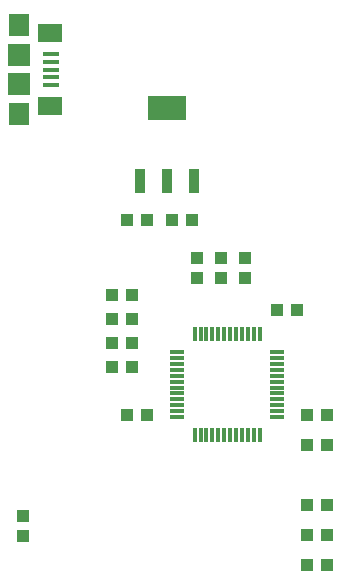
<source format=gbr>
G04 EAGLE Gerber RS-274X export*
G75*
%MOMM*%
%FSLAX34Y34*%
%LPD*%
%INSolderpaste Bottom*%
%IPPOS*%
%AMOC8*
5,1,8,0,0,1.08239X$1,22.5*%
G01*
%ADD10R,1.100000X1.000000*%
%ADD11R,1.000000X1.100000*%
%ADD12R,1.346200X0.406400*%
%ADD13R,2.108200X1.600200*%
%ADD14R,1.803400X1.905000*%
%ADD15R,1.905000X1.905000*%
%ADD16R,1.193800X0.304800*%
%ADD17R,0.304800X1.193800*%
%ADD18R,0.901600X2.066000*%
%ADD19R,3.201600X2.066000*%


D10*
X300600Y266700D03*
X283600Y266700D03*
X275200Y355600D03*
X258200Y355600D03*
X131200Y266700D03*
X148200Y266700D03*
X118500Y307340D03*
X135500Y307340D03*
D11*
X190500Y399660D03*
X190500Y382660D03*
D10*
X300600Y241300D03*
X283600Y241300D03*
X131200Y431800D03*
X148200Y431800D03*
X186300Y431800D03*
X169300Y431800D03*
D12*
X66743Y545800D03*
X66743Y552300D03*
X66743Y558800D03*
X66743Y565300D03*
X66743Y571800D03*
D13*
X65493Y527800D03*
X65493Y589800D03*
D14*
X39993Y520800D03*
X39993Y596800D03*
D15*
X39993Y546800D03*
X39993Y570800D03*
D11*
X135500Y327660D03*
X118500Y327660D03*
D10*
X43180Y164220D03*
X43180Y181220D03*
D11*
X135500Y347980D03*
X118500Y347980D03*
X135500Y368300D03*
X118500Y368300D03*
D10*
X210820Y382660D03*
X210820Y399660D03*
X231140Y399660D03*
X231140Y382660D03*
D11*
X300600Y190500D03*
X283600Y190500D03*
X300600Y165100D03*
X283600Y165100D03*
X300600Y139700D03*
X283600Y139700D03*
D16*
X173400Y264600D03*
X173400Y269600D03*
X173400Y274600D03*
X173400Y279600D03*
X173400Y284600D03*
X173400Y289600D03*
X173400Y294600D03*
X173400Y299600D03*
X173400Y304600D03*
X173400Y309600D03*
X173400Y314600D03*
X173400Y319600D03*
D17*
X188400Y334600D03*
X193400Y334600D03*
X198400Y334600D03*
X203400Y334600D03*
X208400Y334600D03*
X213400Y334600D03*
X218400Y334600D03*
X223400Y334600D03*
X228400Y334600D03*
X233400Y334600D03*
X238400Y334600D03*
X243400Y334600D03*
D16*
X258400Y319600D03*
X258400Y314600D03*
X258400Y309600D03*
X258400Y304600D03*
X258400Y299600D03*
X258400Y294600D03*
X258400Y289600D03*
X258400Y284600D03*
X258400Y279600D03*
X258400Y274600D03*
X258400Y269600D03*
X258400Y264600D03*
D17*
X243400Y249600D03*
X238400Y249600D03*
X233400Y249600D03*
X228400Y249600D03*
X223400Y249600D03*
X218400Y249600D03*
X213400Y249600D03*
X208400Y249600D03*
X203400Y249600D03*
X198400Y249600D03*
X193400Y249600D03*
X188400Y249600D03*
D18*
X188100Y464542D03*
X165100Y464542D03*
X142100Y464542D03*
D19*
X165100Y526058D03*
M02*

</source>
